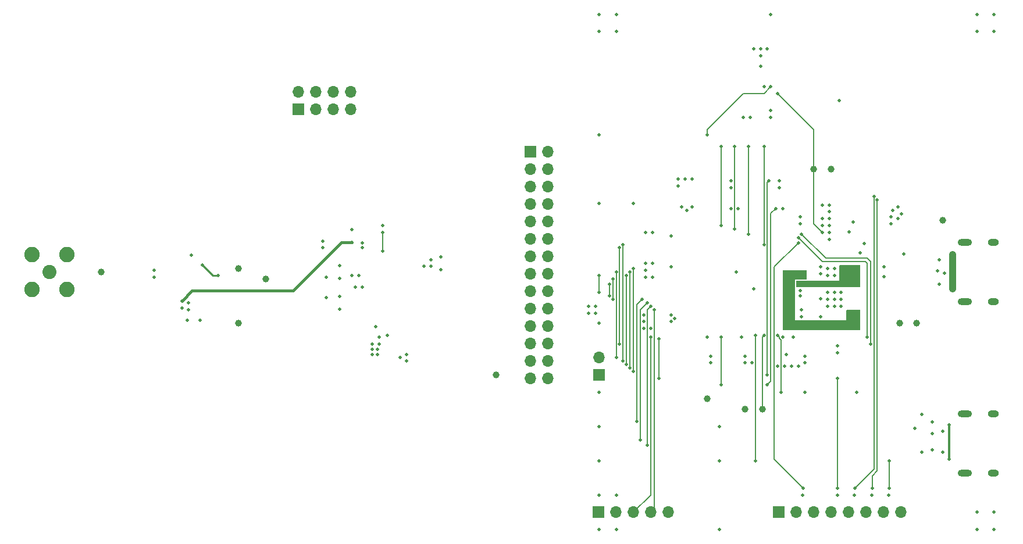
<source format=gbl>
G04 #@! TF.GenerationSoftware,KiCad,Pcbnew,8.0.9-8.0.9-0~ubuntu22.04.1*
G04 #@! TF.CreationDate,2025-02-26T12:05:10+08:00*
G04 #@! TF.ProjectId,dcmiad32h7,64636d69-6164-4333-9268-372e6b696361,rev?*
G04 #@! TF.SameCoordinates,Original*
G04 #@! TF.FileFunction,Copper,L4,Bot*
G04 #@! TF.FilePolarity,Positive*
%FSLAX46Y46*%
G04 Gerber Fmt 4.6, Leading zero omitted, Abs format (unit mm)*
G04 Created by KiCad (PCBNEW 8.0.9-8.0.9-0~ubuntu22.04.1) date 2025-02-26 12:05:10*
%MOMM*%
%LPD*%
G01*
G04 APERTURE LIST*
G04 #@! TA.AperFunction,ComponentPad*
%ADD10C,1.000000*%
G04 #@! TD*
G04 #@! TA.AperFunction,ComponentPad*
%ADD11R,1.700000X1.700000*%
G04 #@! TD*
G04 #@! TA.AperFunction,ComponentPad*
%ADD12O,1.700000X1.700000*%
G04 #@! TD*
G04 #@! TA.AperFunction,ComponentPad*
%ADD13O,2.100000X1.000000*%
G04 #@! TD*
G04 #@! TA.AperFunction,ComponentPad*
%ADD14O,1.600000X1.000000*%
G04 #@! TD*
G04 #@! TA.AperFunction,ComponentPad*
%ADD15C,2.050000*%
G04 #@! TD*
G04 #@! TA.AperFunction,ComponentPad*
%ADD16C,2.250000*%
G04 #@! TD*
G04 #@! TA.AperFunction,ViaPad*
%ADD17C,0.500000*%
G04 #@! TD*
G04 #@! TA.AperFunction,Conductor*
%ADD18C,0.150000*%
G04 #@! TD*
G04 #@! TA.AperFunction,Conductor*
%ADD19C,0.400000*%
G04 #@! TD*
G04 #@! TA.AperFunction,Conductor*
%ADD20C,0.250000*%
G04 #@! TD*
G04 #@! TA.AperFunction,Conductor*
%ADD21C,0.350000*%
G04 #@! TD*
G04 #@! TA.AperFunction,Conductor*
%ADD22C,1.000000*%
G04 #@! TD*
G04 APERTURE END LIST*
D10*
X87500000Y-107500000D03*
X173750000Y-85000000D03*
X91500000Y-101000000D03*
X125000000Y-115000000D03*
X183750000Y-107500000D03*
D11*
X96200000Y-76275000D03*
D12*
X96200000Y-73735000D03*
X98740000Y-76275000D03*
X98740000Y-73735000D03*
X101280000Y-76275000D03*
X101280000Y-73735000D03*
X103820000Y-76275000D03*
X103820000Y-73735000D03*
D10*
X161250000Y-120000000D03*
D13*
X193220000Y-104320000D03*
D14*
X197400000Y-104320000D03*
D13*
X193220000Y-95680000D03*
D14*
X197400000Y-95680000D03*
D10*
X87500000Y-99500000D03*
X186250000Y-107500000D03*
D11*
X140000000Y-115000000D03*
D12*
X140000000Y-112460000D03*
D10*
X163750000Y-120000000D03*
D13*
X193220000Y-129320000D03*
D14*
X197400000Y-129320000D03*
D13*
X193220000Y-120680000D03*
D14*
X197400000Y-120680000D03*
D10*
X190000000Y-92500000D03*
D11*
X130000000Y-82500000D03*
D12*
X132540000Y-82500000D03*
X130000000Y-85040000D03*
X132540000Y-85040000D03*
X130000000Y-87580000D03*
X132540000Y-87580000D03*
X130000000Y-90120000D03*
X132540000Y-90120000D03*
X130000000Y-92660000D03*
X132540000Y-92660000D03*
X130000000Y-95200000D03*
X132540000Y-95200000D03*
X130000000Y-97740000D03*
X132540000Y-97740000D03*
X130000000Y-100280000D03*
X132540000Y-100280000D03*
X130000000Y-102820000D03*
X132540000Y-102820000D03*
X130000000Y-105360000D03*
X132540000Y-105360000D03*
X130000000Y-107900000D03*
X132540000Y-107900000D03*
X130000000Y-110440000D03*
X132540000Y-110440000D03*
X130000000Y-112980000D03*
X132540000Y-112980000D03*
X130000000Y-115520000D03*
X132540000Y-115520000D03*
D11*
X166125000Y-135000000D03*
D12*
X168665000Y-135000000D03*
X171205000Y-135000000D03*
X173745000Y-135000000D03*
X176285000Y-135000000D03*
X178825000Y-135000000D03*
X181365000Y-135000000D03*
X183905000Y-135000000D03*
D10*
X171250000Y-85000000D03*
D11*
X139925000Y-135000000D03*
D12*
X142465000Y-135000000D03*
X145005000Y-135000000D03*
X147545000Y-135000000D03*
X150085000Y-135000000D03*
D10*
X155750000Y-118500000D03*
X67500000Y-100000000D03*
D15*
X60000000Y-100000000D03*
D16*
X57460000Y-97460000D03*
X57460000Y-102540000D03*
X62540000Y-97460000D03*
X62540000Y-102540000D03*
D17*
X112000000Y-113000000D03*
X112000000Y-112000000D03*
X117000000Y-97800000D03*
X147750000Y-94250000D03*
X173500000Y-94250000D03*
X167000000Y-113750000D03*
X172500000Y-90250000D03*
X161250000Y-112250000D03*
X172500000Y-92250000D03*
X169500000Y-105500000D03*
X156250000Y-112250000D03*
X159250000Y-87750000D03*
X182500000Y-93000000D03*
X170000000Y-112250000D03*
X161000000Y-77500000D03*
X115500000Y-98200000D03*
X147500000Y-108250000D03*
X165000000Y-76500000D03*
X166250000Y-87750000D03*
X172500000Y-93250000D03*
X151500000Y-87500000D03*
X111062500Y-112500000D03*
X162500000Y-67500000D03*
X147750000Y-98750000D03*
X173250000Y-100500000D03*
X174250000Y-100500000D03*
X169250000Y-102750000D03*
X172250000Y-99250000D03*
X187000000Y-126250000D03*
X173250000Y-99500000D03*
X147750000Y-100750000D03*
X174250000Y-99500000D03*
X181500000Y-100725000D03*
X163500000Y-70000000D03*
X100250000Y-103750000D03*
X169000000Y-113750000D03*
X169250000Y-92000000D03*
X162250000Y-113250000D03*
X174750000Y-110750000D03*
X140000000Y-122500000D03*
X174750000Y-111750000D03*
X150500000Y-94750000D03*
X115500000Y-99200000D03*
X163500000Y-67500000D03*
X195000000Y-65000000D03*
X155750000Y-109500000D03*
X169670000Y-132500000D03*
X173500000Y-92250000D03*
X139500000Y-105000000D03*
X164500000Y-67500000D03*
X175250000Y-104000000D03*
X159250000Y-90750000D03*
X157500000Y-137500000D03*
X140000000Y-90000000D03*
X153500000Y-86500000D03*
X195000000Y-135000000D03*
X146750000Y-98750000D03*
X173500000Y-95250000D03*
X138500000Y-106000000D03*
X107500000Y-108000000D03*
X151000000Y-106750000D03*
X99750000Y-95500000D03*
X177000000Y-92750000D03*
X140000000Y-132500000D03*
X139500000Y-106000000D03*
X188500000Y-123580000D03*
X166000000Y-113750000D03*
X146750000Y-99750000D03*
X172250000Y-100250000D03*
X173250000Y-103000000D03*
X102250000Y-103550000D03*
X104000000Y-100500000D03*
X174250000Y-103000000D03*
X173250000Y-105000000D03*
X108000000Y-109500000D03*
X190000000Y-123250000D03*
X183500000Y-90500000D03*
X184062500Y-91550000D03*
X142500000Y-62500000D03*
X105000000Y-100500000D03*
X80250000Y-104500000D03*
X157500000Y-122500000D03*
X146500000Y-107250000D03*
X105500000Y-96500000D03*
X140000000Y-127500000D03*
X117000000Y-99700000D03*
X160750000Y-109500000D03*
X173500000Y-91250000D03*
X142500000Y-132500000D03*
X165000000Y-62500000D03*
X105500000Y-95750000D03*
X159250000Y-86750000D03*
X138500000Y-105000000D03*
X156250000Y-113250000D03*
X152500000Y-86500000D03*
X140000000Y-62500000D03*
X195000000Y-137500000D03*
X173500000Y-90250000D03*
X177500000Y-117500000D03*
X175250000Y-105000000D03*
X164000000Y-73000000D03*
X175250000Y-103000000D03*
X176400000Y-94150000D03*
X160000000Y-100000000D03*
X162500000Y-102500000D03*
X188500000Y-125920000D03*
X80250000Y-105500000D03*
X169250000Y-93000000D03*
X195000000Y-62500000D03*
X197500000Y-62500000D03*
X105500000Y-102250000D03*
X80635000Y-97525000D03*
X170000000Y-113250000D03*
X189500000Y-101750000D03*
X167250000Y-112000000D03*
X146500000Y-106250000D03*
X174670000Y-132500000D03*
X80050000Y-107000000D03*
X142500000Y-65000000D03*
X182170000Y-132500000D03*
X146750000Y-100750000D03*
X166250000Y-86750000D03*
X108500000Y-93250000D03*
X170000000Y-117500000D03*
X179670000Y-132500000D03*
X75250000Y-99750000D03*
X189500000Y-98250000D03*
X175000000Y-75000000D03*
X157500000Y-127500000D03*
X140000000Y-107500000D03*
X146750000Y-94250000D03*
X177170000Y-132500000D03*
X189250000Y-99830000D03*
X145000000Y-90000000D03*
X166750000Y-90750000D03*
X146500000Y-108250000D03*
X197500000Y-135000000D03*
X109175000Y-109250000D03*
X152750000Y-91000000D03*
X150500000Y-99250000D03*
X188500000Y-121830000D03*
X182750000Y-91000000D03*
X114500000Y-99200000D03*
X140000000Y-65000000D03*
X183500000Y-92250000D03*
X173250000Y-104000000D03*
X174250000Y-105000000D03*
X140000000Y-137500000D03*
X172250000Y-103950000D03*
X186000000Y-122750000D03*
X173500000Y-93250000D03*
X140000000Y-80000000D03*
X172250000Y-106500000D03*
X190000000Y-126250000D03*
X169500000Y-106500000D03*
X102250000Y-100950000D03*
X160250000Y-90750000D03*
X104000000Y-93800000D03*
X140000000Y-117500000D03*
X197500000Y-65000000D03*
X104500000Y-102250000D03*
X165000000Y-77500000D03*
X169250000Y-103500000D03*
X151500000Y-86500000D03*
X197500000Y-137500000D03*
X184365000Y-97375000D03*
X163500000Y-68500000D03*
X99750000Y-96500000D03*
X190250000Y-100170000D03*
X187000000Y-120750000D03*
X178000000Y-97250000D03*
X100250000Y-100750000D03*
X142500000Y-137500000D03*
X181500000Y-99275000D03*
X79250000Y-105250000D03*
X174250000Y-104000000D03*
X178600000Y-95850000D03*
X75250000Y-100750000D03*
X182500000Y-92000000D03*
X162000000Y-77500000D03*
X161250000Y-113250000D03*
X168000000Y-113750000D03*
X169500000Y-100500000D03*
X177000000Y-107000000D03*
X166750000Y-109500000D03*
X177000000Y-106000000D03*
X176500000Y-106500000D03*
X153500000Y-90500000D03*
X150500000Y-106250000D03*
X177500000Y-106500000D03*
X168750000Y-100500000D03*
X168000000Y-100500000D03*
X152000000Y-90500000D03*
X150500000Y-107250000D03*
X168250000Y-109500000D03*
X176500000Y-100750000D03*
X175500000Y-99500000D03*
X177500000Y-99500000D03*
X169750000Y-101750000D03*
X176500000Y-99500000D03*
X175500000Y-100750000D03*
X177500000Y-100750000D03*
X169000000Y-101750000D03*
X146250000Y-104000000D03*
X145500000Y-121750000D03*
X143500000Y-96000000D03*
X143500000Y-113000000D03*
X165750000Y-90750000D03*
X164500000Y-116425000D03*
X140000000Y-103000000D03*
X140000000Y-100500000D03*
X141500000Y-103500000D03*
X141500000Y-101750000D03*
X157750000Y-116425000D03*
X157750000Y-109500000D03*
X142500000Y-100000000D03*
X142500000Y-112500000D03*
X144500000Y-100000000D03*
X144500000Y-114000000D03*
X142000000Y-101000000D03*
X142000000Y-104000000D03*
X143000000Y-110500000D03*
X143000000Y-96500000D03*
X144000000Y-113500000D03*
X144000000Y-100500000D03*
X145000000Y-114500000D03*
X145000000Y-99500000D03*
X155750000Y-80000000D03*
X165000000Y-73000000D03*
X102250000Y-105450000D03*
X107000000Y-111250000D03*
X108000000Y-110500000D03*
X81950000Y-107000000D03*
X107000000Y-112000000D03*
X107750000Y-111250000D03*
X107000000Y-110500000D03*
X107750000Y-112000000D03*
X102250000Y-99050000D03*
X104025000Y-95725000D03*
X79250000Y-104250000D03*
X108500000Y-97000000D03*
X108500000Y-94250000D03*
X84500000Y-100500000D03*
X82250000Y-99000000D03*
X179000000Y-109500000D03*
X169000000Y-95000000D03*
X169500000Y-94500000D03*
X179500000Y-110500000D03*
X148000000Y-105500000D03*
X172500000Y-94250000D03*
X166000000Y-74000000D03*
X169000000Y-95750000D03*
X169750000Y-131500000D03*
X147500000Y-109500000D03*
X159750000Y-93750000D03*
X159750000Y-81750000D03*
X157750000Y-81750000D03*
X157750000Y-93250000D03*
X164000000Y-81750000D03*
X164000000Y-96000000D03*
X161750000Y-81750000D03*
X161750000Y-94500000D03*
X164500000Y-115000000D03*
X164750000Y-86750000D03*
X174750000Y-131500000D03*
X148750000Y-115500000D03*
X148750000Y-109750000D03*
X174750000Y-115500000D03*
X180000000Y-89000000D03*
X177250000Y-131500000D03*
X180500000Y-89500000D03*
X179750000Y-131500000D03*
X162750000Y-109250000D03*
X182250000Y-131500000D03*
X162750000Y-127500000D03*
X182250000Y-127500000D03*
X191000000Y-122250000D03*
X191000000Y-127250000D03*
X147000000Y-104500000D03*
X146000000Y-124500000D03*
X147000000Y-125250000D03*
X147500000Y-105000000D03*
X164000000Y-109250000D03*
X191500000Y-102500000D03*
X191500000Y-97500000D03*
X166500000Y-117500000D03*
X166000000Y-109250000D03*
D18*
X145500000Y-104750000D02*
X146250000Y-104000000D01*
X145500000Y-121750000D02*
X145500000Y-104750000D01*
X143500000Y-96000000D02*
X143500000Y-113000000D01*
X165000000Y-115925000D02*
X165000000Y-91500000D01*
X165000000Y-91500000D02*
X165750000Y-90750000D01*
X164500000Y-116425000D02*
X165000000Y-115925000D01*
X140000000Y-103000000D02*
X140000000Y-100500000D01*
X141500000Y-103500000D02*
X141500000Y-101750000D01*
X157750000Y-116425000D02*
X157750000Y-109500000D01*
X142500000Y-100000000D02*
X142500000Y-112500000D01*
X144500000Y-114000000D02*
X144500000Y-100000000D01*
X142000000Y-104000000D02*
X142000000Y-101000000D01*
X143000000Y-96500000D02*
X143000000Y-110500000D01*
X144000000Y-113500000D02*
X144000000Y-100500000D01*
X145000000Y-99500000D02*
X145000000Y-114500000D01*
X164000000Y-74000000D02*
X161000000Y-74000000D01*
X161000000Y-74000000D02*
X155750000Y-79250000D01*
X155750000Y-79250000D02*
X155750000Y-80000000D01*
X165000000Y-73000000D02*
X164000000Y-74000000D01*
D19*
X102525000Y-95725000D02*
X95500000Y-102750000D01*
X95500000Y-102750000D02*
X80750000Y-102750000D01*
X104025000Y-95725000D02*
X102525000Y-95725000D01*
X80750000Y-102750000D02*
X79250000Y-104250000D01*
D18*
X108500000Y-97000000D02*
X108500000Y-94250000D01*
D20*
X83750000Y-100500000D02*
X82250000Y-99000000D01*
X84500000Y-100500000D02*
X83750000Y-100500000D01*
D18*
X172500000Y-98500000D02*
X169000000Y-95000000D01*
X179000000Y-98750000D02*
X178750000Y-98500000D01*
X179000000Y-109500000D02*
X179000000Y-98750000D01*
X178750000Y-98500000D02*
X172500000Y-98500000D01*
X179000000Y-98000000D02*
X179500000Y-98500000D01*
X179500000Y-98500000D02*
X179500000Y-110500000D01*
X169500000Y-94500000D02*
X173000000Y-98000000D01*
X173000000Y-98000000D02*
X179000000Y-98000000D01*
X148000000Y-134545000D02*
X147545000Y-135000000D01*
X148000000Y-105500000D02*
X148000000Y-134545000D01*
X171250000Y-93000000D02*
X171250000Y-85000000D01*
X165500000Y-99250000D02*
X169000000Y-95750000D01*
X172500000Y-94250000D02*
X171250000Y-93000000D01*
X171250000Y-79250000D02*
X166000000Y-74000000D01*
X165500000Y-127250000D02*
X165500000Y-99250000D01*
X171250000Y-85000000D02*
X171250000Y-79250000D01*
X169750000Y-131500000D02*
X165500000Y-127250000D01*
X147500000Y-109500000D02*
X147500000Y-132505000D01*
X147500000Y-132505000D02*
X145005000Y-135000000D01*
X159750000Y-93750000D02*
X159750000Y-81750000D01*
X157750000Y-93250000D02*
X157750000Y-81750000D01*
X164000000Y-96000000D02*
X164000000Y-81750000D01*
X161750000Y-94500000D02*
X161750000Y-81750000D01*
X164500000Y-87000000D02*
X164500000Y-115000000D01*
X164750000Y-86750000D02*
X164500000Y-87000000D01*
X148750000Y-109750000D02*
X148750000Y-115500000D01*
X174750000Y-115500000D02*
X174750000Y-131500000D01*
X180000000Y-89000000D02*
X180000000Y-128750000D01*
X180000000Y-128750000D02*
X177250000Y-131500000D01*
X180500000Y-129000000D02*
X179750000Y-129750000D01*
X180500000Y-89500000D02*
X180500000Y-129000000D01*
X179750000Y-129750000D02*
X179750000Y-131500000D01*
X162750000Y-127500000D02*
X162750000Y-109250000D01*
X182250000Y-127500000D02*
X182250000Y-131500000D01*
D21*
X191000000Y-127250000D02*
X191000000Y-122250000D01*
D18*
X146000000Y-124500000D02*
X146000000Y-105500000D01*
X146000000Y-105500000D02*
X147000000Y-104500000D01*
X147000000Y-125250000D02*
X147000000Y-105500000D01*
X147000000Y-105500000D02*
X147500000Y-105000000D01*
X164000000Y-109250000D02*
X163750000Y-109500000D01*
X163750000Y-109500000D02*
X163750000Y-120000000D01*
D22*
X191500000Y-97500000D02*
X191500000Y-102500000D01*
D18*
X166500000Y-109921752D02*
X166500000Y-117500000D01*
X166275000Y-109525000D02*
X166275000Y-109696752D01*
X166275000Y-109696752D02*
X166500000Y-109921752D01*
X166000000Y-109250000D02*
X166275000Y-109525000D01*
G04 #@! TA.AperFunction,Conductor*
G36*
X170228326Y-99771674D02*
G01*
X170250000Y-99824000D01*
X170250000Y-101076000D01*
X170228326Y-101128326D01*
X170176000Y-101150000D01*
X168500000Y-101150000D01*
X168500000Y-107000000D01*
X176000000Y-107000000D01*
X176000000Y-105574000D01*
X176021674Y-105521674D01*
X176074000Y-105500000D01*
X177926000Y-105500000D01*
X177978326Y-105521674D01*
X178000000Y-105574000D01*
X178000000Y-108426000D01*
X177978326Y-108478326D01*
X177926000Y-108500000D01*
X168000000Y-108500000D01*
X166824000Y-108500000D01*
X166771674Y-108478326D01*
X166750000Y-108426000D01*
X166750000Y-99824000D01*
X166771674Y-99771674D01*
X166824000Y-99750000D01*
X170176000Y-99750000D01*
X170228326Y-99771674D01*
G37*
G04 #@! TD.AperFunction*
G04 #@! TA.AperFunction,Conductor*
G36*
X177978326Y-99021674D02*
G01*
X178000000Y-99074000D01*
X178000000Y-102176000D01*
X177978326Y-102228326D01*
X177926000Y-102250000D01*
X168729500Y-102250000D01*
X168677174Y-102228326D01*
X168655500Y-102176000D01*
X168655500Y-101379500D01*
X168677174Y-101327174D01*
X168729500Y-101305500D01*
X170175998Y-101305500D01*
X170176000Y-101305500D01*
X170235507Y-101293663D01*
X170287833Y-101271989D01*
X170308750Y-101259912D01*
X170345748Y-101250000D01*
X175000000Y-101250000D01*
X175000000Y-99074000D01*
X175021674Y-99021674D01*
X175074000Y-99000000D01*
X177926000Y-99000000D01*
X177978326Y-99021674D01*
G37*
G04 #@! TD.AperFunction*
M02*

</source>
